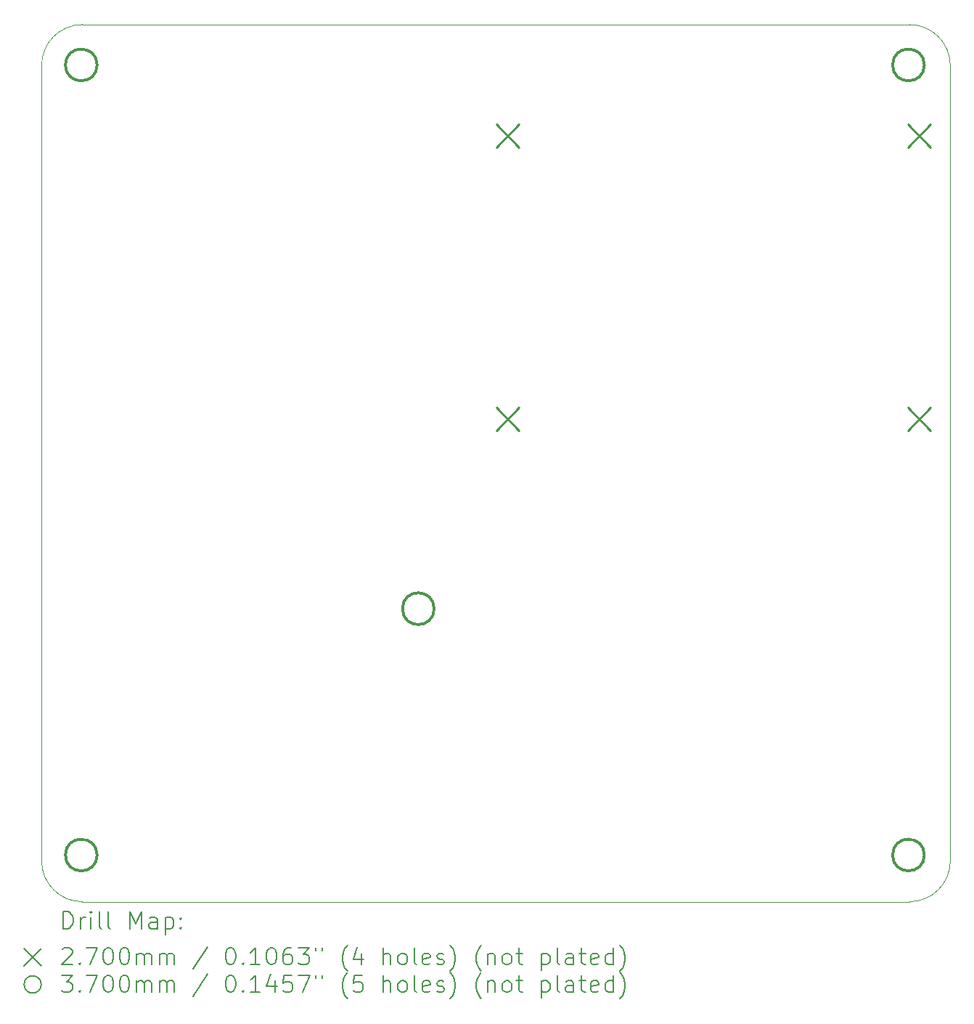
<source format=gbr>
%FSLAX45Y45*%
G04 Gerber Fmt 4.5, Leading zero omitted, Abs format (unit mm)*
G04 Created by KiCad (PCBNEW 5.99.0-unknown-47cb7f53fd~143~ubuntu20.04.1) date 2021-11-23 21:31:13*
%MOMM*%
%LPD*%
G01*
G04 APERTURE LIST*
%TA.AperFunction,Profile*%
%ADD10C,0.100000*%
%TD*%
%ADD11C,0.200000*%
%ADD12C,0.270000*%
%ADD13C,0.370000*%
G04 APERTURE END LIST*
D10*
X8950000Y-3950000D02*
G75*
G03*
X8475000Y-4425000I0J-475000D01*
G01*
X19075000Y-4425000D02*
G75*
G03*
X18600000Y-3950000I-475000J0D01*
G01*
X8475000Y-4425000D02*
X8475000Y-13700000D01*
X18600000Y-14175000D02*
G75*
G03*
X19075000Y-13700000I0J475000D01*
G01*
X8950000Y-3950000D02*
X18600000Y-3950000D01*
X8950000Y-14175000D02*
X18600000Y-14175000D01*
X19075000Y-4425000D02*
X19075000Y-13700000D01*
X8475000Y-13700000D02*
G75*
G03*
X8950000Y-14175000I475000J0D01*
G01*
D11*
D12*
X13777106Y-5110000D02*
X14047106Y-5380000D01*
X14047106Y-5110000D02*
X13777106Y-5380000D01*
X13777106Y-8410000D02*
X14047106Y-8680000D01*
X14047106Y-8410000D02*
X13777106Y-8680000D01*
X18577106Y-5110000D02*
X18847106Y-5380000D01*
X18847106Y-5110000D02*
X18577106Y-5380000D01*
X18577106Y-8410000D02*
X18847106Y-8680000D01*
X18847106Y-8410000D02*
X18577106Y-8680000D01*
D13*
X9122106Y-4420000D02*
G75*
G03*
X9122106Y-4420000I-185000J0D01*
G01*
X9122106Y-13630772D02*
G75*
G03*
X9122106Y-13630772I-185000J0D01*
G01*
X13053906Y-10759173D02*
G75*
G03*
X13053906Y-10759173I-185000J0D01*
G01*
X18772106Y-4420000D02*
G75*
G03*
X18772106Y-4420000I-185000J0D01*
G01*
X18772106Y-13630772D02*
G75*
G03*
X18772106Y-13630772I-185000J0D01*
G01*
D11*
X8727619Y-14490476D02*
X8727619Y-14290476D01*
X8775238Y-14290476D01*
X8803810Y-14300000D01*
X8822857Y-14319048D01*
X8832381Y-14338095D01*
X8841905Y-14376190D01*
X8841905Y-14404762D01*
X8832381Y-14442857D01*
X8822857Y-14461905D01*
X8803810Y-14480952D01*
X8775238Y-14490476D01*
X8727619Y-14490476D01*
X8927619Y-14490476D02*
X8927619Y-14357143D01*
X8927619Y-14395238D02*
X8937143Y-14376190D01*
X8946667Y-14366667D01*
X8965714Y-14357143D01*
X8984762Y-14357143D01*
X9051429Y-14490476D02*
X9051429Y-14357143D01*
X9051429Y-14290476D02*
X9041905Y-14300000D01*
X9051429Y-14309524D01*
X9060952Y-14300000D01*
X9051429Y-14290476D01*
X9051429Y-14309524D01*
X9175238Y-14490476D02*
X9156190Y-14480952D01*
X9146667Y-14461905D01*
X9146667Y-14290476D01*
X9280000Y-14490476D02*
X9260952Y-14480952D01*
X9251429Y-14461905D01*
X9251429Y-14290476D01*
X9508571Y-14490476D02*
X9508571Y-14290476D01*
X9575238Y-14433333D01*
X9641905Y-14290476D01*
X9641905Y-14490476D01*
X9822857Y-14490476D02*
X9822857Y-14385714D01*
X9813333Y-14366667D01*
X9794286Y-14357143D01*
X9756190Y-14357143D01*
X9737143Y-14366667D01*
X9822857Y-14480952D02*
X9803810Y-14490476D01*
X9756190Y-14490476D01*
X9737143Y-14480952D01*
X9727619Y-14461905D01*
X9727619Y-14442857D01*
X9737143Y-14423809D01*
X9756190Y-14414286D01*
X9803810Y-14414286D01*
X9822857Y-14404762D01*
X9918095Y-14357143D02*
X9918095Y-14557143D01*
X9918095Y-14366667D02*
X9937143Y-14357143D01*
X9975238Y-14357143D01*
X9994286Y-14366667D01*
X10003810Y-14376190D01*
X10013333Y-14395238D01*
X10013333Y-14452381D01*
X10003810Y-14471428D01*
X9994286Y-14480952D01*
X9975238Y-14490476D01*
X9937143Y-14490476D01*
X9918095Y-14480952D01*
X10099048Y-14471428D02*
X10108571Y-14480952D01*
X10099048Y-14490476D01*
X10089524Y-14480952D01*
X10099048Y-14471428D01*
X10099048Y-14490476D01*
X10099048Y-14366667D02*
X10108571Y-14376190D01*
X10099048Y-14385714D01*
X10089524Y-14376190D01*
X10099048Y-14366667D01*
X10099048Y-14385714D01*
X8270000Y-14720000D02*
X8470000Y-14920000D01*
X8470000Y-14720000D02*
X8270000Y-14920000D01*
X8718095Y-14729524D02*
X8727619Y-14720000D01*
X8746667Y-14710476D01*
X8794286Y-14710476D01*
X8813333Y-14720000D01*
X8822857Y-14729524D01*
X8832381Y-14748571D01*
X8832381Y-14767619D01*
X8822857Y-14796190D01*
X8708571Y-14910476D01*
X8832381Y-14910476D01*
X8918095Y-14891428D02*
X8927619Y-14900952D01*
X8918095Y-14910476D01*
X8908571Y-14900952D01*
X8918095Y-14891428D01*
X8918095Y-14910476D01*
X8994286Y-14710476D02*
X9127619Y-14710476D01*
X9041905Y-14910476D01*
X9241905Y-14710476D02*
X9260952Y-14710476D01*
X9280000Y-14720000D01*
X9289524Y-14729524D01*
X9299048Y-14748571D01*
X9308571Y-14786667D01*
X9308571Y-14834286D01*
X9299048Y-14872381D01*
X9289524Y-14891428D01*
X9280000Y-14900952D01*
X9260952Y-14910476D01*
X9241905Y-14910476D01*
X9222857Y-14900952D01*
X9213333Y-14891428D01*
X9203810Y-14872381D01*
X9194286Y-14834286D01*
X9194286Y-14786667D01*
X9203810Y-14748571D01*
X9213333Y-14729524D01*
X9222857Y-14720000D01*
X9241905Y-14710476D01*
X9432381Y-14710476D02*
X9451429Y-14710476D01*
X9470476Y-14720000D01*
X9480000Y-14729524D01*
X9489524Y-14748571D01*
X9499048Y-14786667D01*
X9499048Y-14834286D01*
X9489524Y-14872381D01*
X9480000Y-14891428D01*
X9470476Y-14900952D01*
X9451429Y-14910476D01*
X9432381Y-14910476D01*
X9413333Y-14900952D01*
X9403810Y-14891428D01*
X9394286Y-14872381D01*
X9384762Y-14834286D01*
X9384762Y-14786667D01*
X9394286Y-14748571D01*
X9403810Y-14729524D01*
X9413333Y-14720000D01*
X9432381Y-14710476D01*
X9584762Y-14910476D02*
X9584762Y-14777143D01*
X9584762Y-14796190D02*
X9594286Y-14786667D01*
X9613333Y-14777143D01*
X9641905Y-14777143D01*
X9660952Y-14786667D01*
X9670476Y-14805714D01*
X9670476Y-14910476D01*
X9670476Y-14805714D02*
X9680000Y-14786667D01*
X9699048Y-14777143D01*
X9727619Y-14777143D01*
X9746667Y-14786667D01*
X9756190Y-14805714D01*
X9756190Y-14910476D01*
X9851429Y-14910476D02*
X9851429Y-14777143D01*
X9851429Y-14796190D02*
X9860952Y-14786667D01*
X9880000Y-14777143D01*
X9908571Y-14777143D01*
X9927619Y-14786667D01*
X9937143Y-14805714D01*
X9937143Y-14910476D01*
X9937143Y-14805714D02*
X9946667Y-14786667D01*
X9965714Y-14777143D01*
X9994286Y-14777143D01*
X10013333Y-14786667D01*
X10022857Y-14805714D01*
X10022857Y-14910476D01*
X10413333Y-14700952D02*
X10241905Y-14958095D01*
X10670476Y-14710476D02*
X10689524Y-14710476D01*
X10708571Y-14720000D01*
X10718095Y-14729524D01*
X10727619Y-14748571D01*
X10737143Y-14786667D01*
X10737143Y-14834286D01*
X10727619Y-14872381D01*
X10718095Y-14891428D01*
X10708571Y-14900952D01*
X10689524Y-14910476D01*
X10670476Y-14910476D01*
X10651429Y-14900952D01*
X10641905Y-14891428D01*
X10632381Y-14872381D01*
X10622857Y-14834286D01*
X10622857Y-14786667D01*
X10632381Y-14748571D01*
X10641905Y-14729524D01*
X10651429Y-14720000D01*
X10670476Y-14710476D01*
X10822857Y-14891428D02*
X10832381Y-14900952D01*
X10822857Y-14910476D01*
X10813333Y-14900952D01*
X10822857Y-14891428D01*
X10822857Y-14910476D01*
X11022857Y-14910476D02*
X10908571Y-14910476D01*
X10965714Y-14910476D02*
X10965714Y-14710476D01*
X10946667Y-14739048D01*
X10927619Y-14758095D01*
X10908571Y-14767619D01*
X11146667Y-14710476D02*
X11165714Y-14710476D01*
X11184762Y-14720000D01*
X11194286Y-14729524D01*
X11203809Y-14748571D01*
X11213333Y-14786667D01*
X11213333Y-14834286D01*
X11203809Y-14872381D01*
X11194286Y-14891428D01*
X11184762Y-14900952D01*
X11165714Y-14910476D01*
X11146667Y-14910476D01*
X11127619Y-14900952D01*
X11118095Y-14891428D01*
X11108571Y-14872381D01*
X11099048Y-14834286D01*
X11099048Y-14786667D01*
X11108571Y-14748571D01*
X11118095Y-14729524D01*
X11127619Y-14720000D01*
X11146667Y-14710476D01*
X11384762Y-14710476D02*
X11346667Y-14710476D01*
X11327619Y-14720000D01*
X11318095Y-14729524D01*
X11299048Y-14758095D01*
X11289524Y-14796190D01*
X11289524Y-14872381D01*
X11299048Y-14891428D01*
X11308571Y-14900952D01*
X11327619Y-14910476D01*
X11365714Y-14910476D01*
X11384762Y-14900952D01*
X11394286Y-14891428D01*
X11403809Y-14872381D01*
X11403809Y-14824762D01*
X11394286Y-14805714D01*
X11384762Y-14796190D01*
X11365714Y-14786667D01*
X11327619Y-14786667D01*
X11308571Y-14796190D01*
X11299048Y-14805714D01*
X11289524Y-14824762D01*
X11470476Y-14710476D02*
X11594286Y-14710476D01*
X11527619Y-14786667D01*
X11556190Y-14786667D01*
X11575238Y-14796190D01*
X11584762Y-14805714D01*
X11594286Y-14824762D01*
X11594286Y-14872381D01*
X11584762Y-14891428D01*
X11575238Y-14900952D01*
X11556190Y-14910476D01*
X11499048Y-14910476D01*
X11480000Y-14900952D01*
X11470476Y-14891428D01*
X11670476Y-14710476D02*
X11670476Y-14748571D01*
X11746667Y-14710476D02*
X11746667Y-14748571D01*
X12041905Y-14986667D02*
X12032381Y-14977143D01*
X12013333Y-14948571D01*
X12003809Y-14929524D01*
X11994286Y-14900952D01*
X11984762Y-14853333D01*
X11984762Y-14815238D01*
X11994286Y-14767619D01*
X12003809Y-14739048D01*
X12013333Y-14720000D01*
X12032381Y-14691428D01*
X12041905Y-14681905D01*
X12203809Y-14777143D02*
X12203809Y-14910476D01*
X12156190Y-14700952D02*
X12108571Y-14843809D01*
X12232381Y-14843809D01*
X12460952Y-14910476D02*
X12460952Y-14710476D01*
X12546667Y-14910476D02*
X12546667Y-14805714D01*
X12537143Y-14786667D01*
X12518095Y-14777143D01*
X12489524Y-14777143D01*
X12470476Y-14786667D01*
X12460952Y-14796190D01*
X12670476Y-14910476D02*
X12651428Y-14900952D01*
X12641905Y-14891428D01*
X12632381Y-14872381D01*
X12632381Y-14815238D01*
X12641905Y-14796190D01*
X12651428Y-14786667D01*
X12670476Y-14777143D01*
X12699048Y-14777143D01*
X12718095Y-14786667D01*
X12727619Y-14796190D01*
X12737143Y-14815238D01*
X12737143Y-14872381D01*
X12727619Y-14891428D01*
X12718095Y-14900952D01*
X12699048Y-14910476D01*
X12670476Y-14910476D01*
X12851428Y-14910476D02*
X12832381Y-14900952D01*
X12822857Y-14881905D01*
X12822857Y-14710476D01*
X13003809Y-14900952D02*
X12984762Y-14910476D01*
X12946667Y-14910476D01*
X12927619Y-14900952D01*
X12918095Y-14881905D01*
X12918095Y-14805714D01*
X12927619Y-14786667D01*
X12946667Y-14777143D01*
X12984762Y-14777143D01*
X13003809Y-14786667D01*
X13013333Y-14805714D01*
X13013333Y-14824762D01*
X12918095Y-14843809D01*
X13089524Y-14900952D02*
X13108571Y-14910476D01*
X13146667Y-14910476D01*
X13165714Y-14900952D01*
X13175238Y-14881905D01*
X13175238Y-14872381D01*
X13165714Y-14853333D01*
X13146667Y-14843809D01*
X13118095Y-14843809D01*
X13099048Y-14834286D01*
X13089524Y-14815238D01*
X13089524Y-14805714D01*
X13099048Y-14786667D01*
X13118095Y-14777143D01*
X13146667Y-14777143D01*
X13165714Y-14786667D01*
X13241905Y-14986667D02*
X13251428Y-14977143D01*
X13270476Y-14948571D01*
X13280000Y-14929524D01*
X13289524Y-14900952D01*
X13299048Y-14853333D01*
X13299048Y-14815238D01*
X13289524Y-14767619D01*
X13280000Y-14739048D01*
X13270476Y-14720000D01*
X13251428Y-14691428D01*
X13241905Y-14681905D01*
X13603809Y-14986667D02*
X13594286Y-14977143D01*
X13575238Y-14948571D01*
X13565714Y-14929524D01*
X13556190Y-14900952D01*
X13546667Y-14853333D01*
X13546667Y-14815238D01*
X13556190Y-14767619D01*
X13565714Y-14739048D01*
X13575238Y-14720000D01*
X13594286Y-14691428D01*
X13603809Y-14681905D01*
X13680000Y-14777143D02*
X13680000Y-14910476D01*
X13680000Y-14796190D02*
X13689524Y-14786667D01*
X13708571Y-14777143D01*
X13737143Y-14777143D01*
X13756190Y-14786667D01*
X13765714Y-14805714D01*
X13765714Y-14910476D01*
X13889524Y-14910476D02*
X13870476Y-14900952D01*
X13860952Y-14891428D01*
X13851428Y-14872381D01*
X13851428Y-14815238D01*
X13860952Y-14796190D01*
X13870476Y-14786667D01*
X13889524Y-14777143D01*
X13918095Y-14777143D01*
X13937143Y-14786667D01*
X13946667Y-14796190D01*
X13956190Y-14815238D01*
X13956190Y-14872381D01*
X13946667Y-14891428D01*
X13937143Y-14900952D01*
X13918095Y-14910476D01*
X13889524Y-14910476D01*
X14013333Y-14777143D02*
X14089524Y-14777143D01*
X14041905Y-14710476D02*
X14041905Y-14881905D01*
X14051428Y-14900952D01*
X14070476Y-14910476D01*
X14089524Y-14910476D01*
X14308571Y-14777143D02*
X14308571Y-14977143D01*
X14308571Y-14786667D02*
X14327619Y-14777143D01*
X14365714Y-14777143D01*
X14384762Y-14786667D01*
X14394286Y-14796190D01*
X14403809Y-14815238D01*
X14403809Y-14872381D01*
X14394286Y-14891428D01*
X14384762Y-14900952D01*
X14365714Y-14910476D01*
X14327619Y-14910476D01*
X14308571Y-14900952D01*
X14518095Y-14910476D02*
X14499048Y-14900952D01*
X14489524Y-14881905D01*
X14489524Y-14710476D01*
X14680000Y-14910476D02*
X14680000Y-14805714D01*
X14670476Y-14786667D01*
X14651428Y-14777143D01*
X14613333Y-14777143D01*
X14594286Y-14786667D01*
X14680000Y-14900952D02*
X14660952Y-14910476D01*
X14613333Y-14910476D01*
X14594286Y-14900952D01*
X14584762Y-14881905D01*
X14584762Y-14862857D01*
X14594286Y-14843809D01*
X14613333Y-14834286D01*
X14660952Y-14834286D01*
X14680000Y-14824762D01*
X14746667Y-14777143D02*
X14822857Y-14777143D01*
X14775238Y-14710476D02*
X14775238Y-14881905D01*
X14784762Y-14900952D01*
X14803809Y-14910476D01*
X14822857Y-14910476D01*
X14965714Y-14900952D02*
X14946667Y-14910476D01*
X14908571Y-14910476D01*
X14889524Y-14900952D01*
X14880000Y-14881905D01*
X14880000Y-14805714D01*
X14889524Y-14786667D01*
X14908571Y-14777143D01*
X14946667Y-14777143D01*
X14965714Y-14786667D01*
X14975238Y-14805714D01*
X14975238Y-14824762D01*
X14880000Y-14843809D01*
X15146667Y-14910476D02*
X15146667Y-14710476D01*
X15146667Y-14900952D02*
X15127619Y-14910476D01*
X15089524Y-14910476D01*
X15070476Y-14900952D01*
X15060952Y-14891428D01*
X15051428Y-14872381D01*
X15051428Y-14815238D01*
X15060952Y-14796190D01*
X15070476Y-14786667D01*
X15089524Y-14777143D01*
X15127619Y-14777143D01*
X15146667Y-14786667D01*
X15222857Y-14986667D02*
X15232381Y-14977143D01*
X15251428Y-14948571D01*
X15260952Y-14929524D01*
X15270476Y-14900952D01*
X15280000Y-14853333D01*
X15280000Y-14815238D01*
X15270476Y-14767619D01*
X15260952Y-14739048D01*
X15251428Y-14720000D01*
X15232381Y-14691428D01*
X15222857Y-14681905D01*
X8470000Y-15140000D02*
G75*
G03*
X8470000Y-15140000I-100000J0D01*
G01*
X8708571Y-15030476D02*
X8832381Y-15030476D01*
X8765714Y-15106667D01*
X8794286Y-15106667D01*
X8813333Y-15116190D01*
X8822857Y-15125714D01*
X8832381Y-15144762D01*
X8832381Y-15192381D01*
X8822857Y-15211428D01*
X8813333Y-15220952D01*
X8794286Y-15230476D01*
X8737143Y-15230476D01*
X8718095Y-15220952D01*
X8708571Y-15211428D01*
X8918095Y-15211428D02*
X8927619Y-15220952D01*
X8918095Y-15230476D01*
X8908571Y-15220952D01*
X8918095Y-15211428D01*
X8918095Y-15230476D01*
X8994286Y-15030476D02*
X9127619Y-15030476D01*
X9041905Y-15230476D01*
X9241905Y-15030476D02*
X9260952Y-15030476D01*
X9280000Y-15040000D01*
X9289524Y-15049524D01*
X9299048Y-15068571D01*
X9308571Y-15106667D01*
X9308571Y-15154286D01*
X9299048Y-15192381D01*
X9289524Y-15211428D01*
X9280000Y-15220952D01*
X9260952Y-15230476D01*
X9241905Y-15230476D01*
X9222857Y-15220952D01*
X9213333Y-15211428D01*
X9203810Y-15192381D01*
X9194286Y-15154286D01*
X9194286Y-15106667D01*
X9203810Y-15068571D01*
X9213333Y-15049524D01*
X9222857Y-15040000D01*
X9241905Y-15030476D01*
X9432381Y-15030476D02*
X9451429Y-15030476D01*
X9470476Y-15040000D01*
X9480000Y-15049524D01*
X9489524Y-15068571D01*
X9499048Y-15106667D01*
X9499048Y-15154286D01*
X9489524Y-15192381D01*
X9480000Y-15211428D01*
X9470476Y-15220952D01*
X9451429Y-15230476D01*
X9432381Y-15230476D01*
X9413333Y-15220952D01*
X9403810Y-15211428D01*
X9394286Y-15192381D01*
X9384762Y-15154286D01*
X9384762Y-15106667D01*
X9394286Y-15068571D01*
X9403810Y-15049524D01*
X9413333Y-15040000D01*
X9432381Y-15030476D01*
X9584762Y-15230476D02*
X9584762Y-15097143D01*
X9584762Y-15116190D02*
X9594286Y-15106667D01*
X9613333Y-15097143D01*
X9641905Y-15097143D01*
X9660952Y-15106667D01*
X9670476Y-15125714D01*
X9670476Y-15230476D01*
X9670476Y-15125714D02*
X9680000Y-15106667D01*
X9699048Y-15097143D01*
X9727619Y-15097143D01*
X9746667Y-15106667D01*
X9756190Y-15125714D01*
X9756190Y-15230476D01*
X9851429Y-15230476D02*
X9851429Y-15097143D01*
X9851429Y-15116190D02*
X9860952Y-15106667D01*
X9880000Y-15097143D01*
X9908571Y-15097143D01*
X9927619Y-15106667D01*
X9937143Y-15125714D01*
X9937143Y-15230476D01*
X9937143Y-15125714D02*
X9946667Y-15106667D01*
X9965714Y-15097143D01*
X9994286Y-15097143D01*
X10013333Y-15106667D01*
X10022857Y-15125714D01*
X10022857Y-15230476D01*
X10413333Y-15020952D02*
X10241905Y-15278095D01*
X10670476Y-15030476D02*
X10689524Y-15030476D01*
X10708571Y-15040000D01*
X10718095Y-15049524D01*
X10727619Y-15068571D01*
X10737143Y-15106667D01*
X10737143Y-15154286D01*
X10727619Y-15192381D01*
X10718095Y-15211428D01*
X10708571Y-15220952D01*
X10689524Y-15230476D01*
X10670476Y-15230476D01*
X10651429Y-15220952D01*
X10641905Y-15211428D01*
X10632381Y-15192381D01*
X10622857Y-15154286D01*
X10622857Y-15106667D01*
X10632381Y-15068571D01*
X10641905Y-15049524D01*
X10651429Y-15040000D01*
X10670476Y-15030476D01*
X10822857Y-15211428D02*
X10832381Y-15220952D01*
X10822857Y-15230476D01*
X10813333Y-15220952D01*
X10822857Y-15211428D01*
X10822857Y-15230476D01*
X11022857Y-15230476D02*
X10908571Y-15230476D01*
X10965714Y-15230476D02*
X10965714Y-15030476D01*
X10946667Y-15059048D01*
X10927619Y-15078095D01*
X10908571Y-15087619D01*
X11194286Y-15097143D02*
X11194286Y-15230476D01*
X11146667Y-15020952D02*
X11099048Y-15163809D01*
X11222857Y-15163809D01*
X11394286Y-15030476D02*
X11299048Y-15030476D01*
X11289524Y-15125714D01*
X11299048Y-15116190D01*
X11318095Y-15106667D01*
X11365714Y-15106667D01*
X11384762Y-15116190D01*
X11394286Y-15125714D01*
X11403809Y-15144762D01*
X11403809Y-15192381D01*
X11394286Y-15211428D01*
X11384762Y-15220952D01*
X11365714Y-15230476D01*
X11318095Y-15230476D01*
X11299048Y-15220952D01*
X11289524Y-15211428D01*
X11470476Y-15030476D02*
X11603809Y-15030476D01*
X11518095Y-15230476D01*
X11670476Y-15030476D02*
X11670476Y-15068571D01*
X11746667Y-15030476D02*
X11746667Y-15068571D01*
X12041905Y-15306667D02*
X12032381Y-15297143D01*
X12013333Y-15268571D01*
X12003809Y-15249524D01*
X11994286Y-15220952D01*
X11984762Y-15173333D01*
X11984762Y-15135238D01*
X11994286Y-15087619D01*
X12003809Y-15059048D01*
X12013333Y-15040000D01*
X12032381Y-15011428D01*
X12041905Y-15001905D01*
X12213333Y-15030476D02*
X12118095Y-15030476D01*
X12108571Y-15125714D01*
X12118095Y-15116190D01*
X12137143Y-15106667D01*
X12184762Y-15106667D01*
X12203809Y-15116190D01*
X12213333Y-15125714D01*
X12222857Y-15144762D01*
X12222857Y-15192381D01*
X12213333Y-15211428D01*
X12203809Y-15220952D01*
X12184762Y-15230476D01*
X12137143Y-15230476D01*
X12118095Y-15220952D01*
X12108571Y-15211428D01*
X12460952Y-15230476D02*
X12460952Y-15030476D01*
X12546667Y-15230476D02*
X12546667Y-15125714D01*
X12537143Y-15106667D01*
X12518095Y-15097143D01*
X12489524Y-15097143D01*
X12470476Y-15106667D01*
X12460952Y-15116190D01*
X12670476Y-15230476D02*
X12651428Y-15220952D01*
X12641905Y-15211428D01*
X12632381Y-15192381D01*
X12632381Y-15135238D01*
X12641905Y-15116190D01*
X12651428Y-15106667D01*
X12670476Y-15097143D01*
X12699048Y-15097143D01*
X12718095Y-15106667D01*
X12727619Y-15116190D01*
X12737143Y-15135238D01*
X12737143Y-15192381D01*
X12727619Y-15211428D01*
X12718095Y-15220952D01*
X12699048Y-15230476D01*
X12670476Y-15230476D01*
X12851428Y-15230476D02*
X12832381Y-15220952D01*
X12822857Y-15201905D01*
X12822857Y-15030476D01*
X13003809Y-15220952D02*
X12984762Y-15230476D01*
X12946667Y-15230476D01*
X12927619Y-15220952D01*
X12918095Y-15201905D01*
X12918095Y-15125714D01*
X12927619Y-15106667D01*
X12946667Y-15097143D01*
X12984762Y-15097143D01*
X13003809Y-15106667D01*
X13013333Y-15125714D01*
X13013333Y-15144762D01*
X12918095Y-15163809D01*
X13089524Y-15220952D02*
X13108571Y-15230476D01*
X13146667Y-15230476D01*
X13165714Y-15220952D01*
X13175238Y-15201905D01*
X13175238Y-15192381D01*
X13165714Y-15173333D01*
X13146667Y-15163809D01*
X13118095Y-15163809D01*
X13099048Y-15154286D01*
X13089524Y-15135238D01*
X13089524Y-15125714D01*
X13099048Y-15106667D01*
X13118095Y-15097143D01*
X13146667Y-15097143D01*
X13165714Y-15106667D01*
X13241905Y-15306667D02*
X13251428Y-15297143D01*
X13270476Y-15268571D01*
X13280000Y-15249524D01*
X13289524Y-15220952D01*
X13299048Y-15173333D01*
X13299048Y-15135238D01*
X13289524Y-15087619D01*
X13280000Y-15059048D01*
X13270476Y-15040000D01*
X13251428Y-15011428D01*
X13241905Y-15001905D01*
X13603809Y-15306667D02*
X13594286Y-15297143D01*
X13575238Y-15268571D01*
X13565714Y-15249524D01*
X13556190Y-15220952D01*
X13546667Y-15173333D01*
X13546667Y-15135238D01*
X13556190Y-15087619D01*
X13565714Y-15059048D01*
X13575238Y-15040000D01*
X13594286Y-15011428D01*
X13603809Y-15001905D01*
X13680000Y-15097143D02*
X13680000Y-15230476D01*
X13680000Y-15116190D02*
X13689524Y-15106667D01*
X13708571Y-15097143D01*
X13737143Y-15097143D01*
X13756190Y-15106667D01*
X13765714Y-15125714D01*
X13765714Y-15230476D01*
X13889524Y-15230476D02*
X13870476Y-15220952D01*
X13860952Y-15211428D01*
X13851428Y-15192381D01*
X13851428Y-15135238D01*
X13860952Y-15116190D01*
X13870476Y-15106667D01*
X13889524Y-15097143D01*
X13918095Y-15097143D01*
X13937143Y-15106667D01*
X13946667Y-15116190D01*
X13956190Y-15135238D01*
X13956190Y-15192381D01*
X13946667Y-15211428D01*
X13937143Y-15220952D01*
X13918095Y-15230476D01*
X13889524Y-15230476D01*
X14013333Y-15097143D02*
X14089524Y-15097143D01*
X14041905Y-15030476D02*
X14041905Y-15201905D01*
X14051428Y-15220952D01*
X14070476Y-15230476D01*
X14089524Y-15230476D01*
X14308571Y-15097143D02*
X14308571Y-15297143D01*
X14308571Y-15106667D02*
X14327619Y-15097143D01*
X14365714Y-15097143D01*
X14384762Y-15106667D01*
X14394286Y-15116190D01*
X14403809Y-15135238D01*
X14403809Y-15192381D01*
X14394286Y-15211428D01*
X14384762Y-15220952D01*
X14365714Y-15230476D01*
X14327619Y-15230476D01*
X14308571Y-15220952D01*
X14518095Y-15230476D02*
X14499048Y-15220952D01*
X14489524Y-15201905D01*
X14489524Y-15030476D01*
X14680000Y-15230476D02*
X14680000Y-15125714D01*
X14670476Y-15106667D01*
X14651428Y-15097143D01*
X14613333Y-15097143D01*
X14594286Y-15106667D01*
X14680000Y-15220952D02*
X14660952Y-15230476D01*
X14613333Y-15230476D01*
X14594286Y-15220952D01*
X14584762Y-15201905D01*
X14584762Y-15182857D01*
X14594286Y-15163809D01*
X14613333Y-15154286D01*
X14660952Y-15154286D01*
X14680000Y-15144762D01*
X14746667Y-15097143D02*
X14822857Y-15097143D01*
X14775238Y-15030476D02*
X14775238Y-15201905D01*
X14784762Y-15220952D01*
X14803809Y-15230476D01*
X14822857Y-15230476D01*
X14965714Y-15220952D02*
X14946667Y-15230476D01*
X14908571Y-15230476D01*
X14889524Y-15220952D01*
X14880000Y-15201905D01*
X14880000Y-15125714D01*
X14889524Y-15106667D01*
X14908571Y-15097143D01*
X14946667Y-15097143D01*
X14965714Y-15106667D01*
X14975238Y-15125714D01*
X14975238Y-15144762D01*
X14880000Y-15163809D01*
X15146667Y-15230476D02*
X15146667Y-15030476D01*
X15146667Y-15220952D02*
X15127619Y-15230476D01*
X15089524Y-15230476D01*
X15070476Y-15220952D01*
X15060952Y-15211428D01*
X15051428Y-15192381D01*
X15051428Y-15135238D01*
X15060952Y-15116190D01*
X15070476Y-15106667D01*
X15089524Y-15097143D01*
X15127619Y-15097143D01*
X15146667Y-15106667D01*
X15222857Y-15306667D02*
X15232381Y-15297143D01*
X15251428Y-15268571D01*
X15260952Y-15249524D01*
X15270476Y-15220952D01*
X15280000Y-15173333D01*
X15280000Y-15135238D01*
X15270476Y-15087619D01*
X15260952Y-15059048D01*
X15251428Y-15040000D01*
X15232381Y-15011428D01*
X15222857Y-15001905D01*
M02*

</source>
